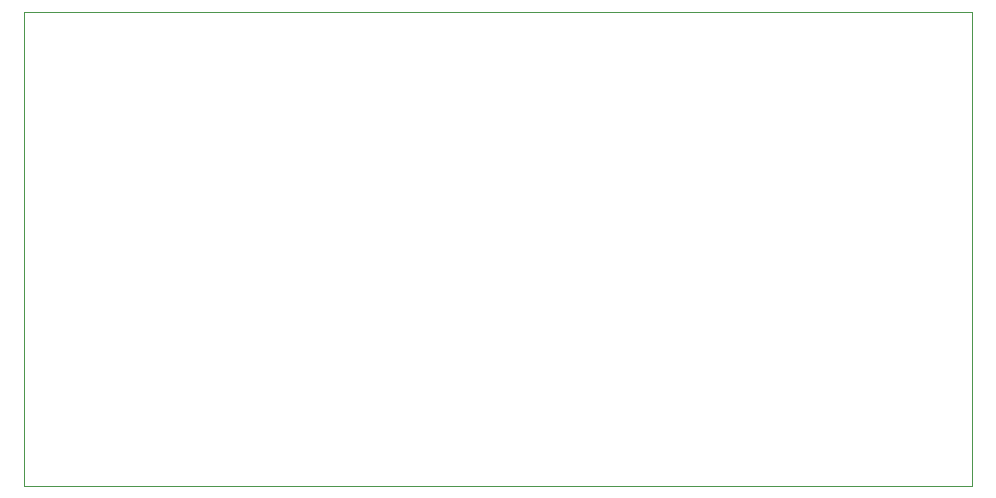
<source format=gbr>
%TF.GenerationSoftware,KiCad,Pcbnew,8.0.5*%
%TF.CreationDate,2024-11-08T11:42:38+01:00*%
%TF.ProjectId,SMD-Loetstation_v2,534d442d-4c6f-4657-9473-746174696f6e,rev?*%
%TF.SameCoordinates,Original*%
%TF.FileFunction,Profile,NP*%
%FSLAX46Y46*%
G04 Gerber Fmt 4.6, Leading zero omitted, Abs format (unit mm)*
G04 Created by KiCad (PCBNEW 8.0.5) date 2024-11-08 11:42:38*
%MOMM*%
%LPD*%
G01*
G04 APERTURE LIST*
%TA.AperFunction,Profile*%
%ADD10C,0.050000*%
%TD*%
G04 APERTURE END LIST*
D10*
X97536000Y-71628000D02*
X177800000Y-71628000D01*
X177800000Y-71628000D02*
X177800000Y-111760000D01*
X177800000Y-111760000D02*
X97536000Y-111760000D01*
X97536000Y-111760000D02*
X97536000Y-71628000D01*
M02*

</source>
